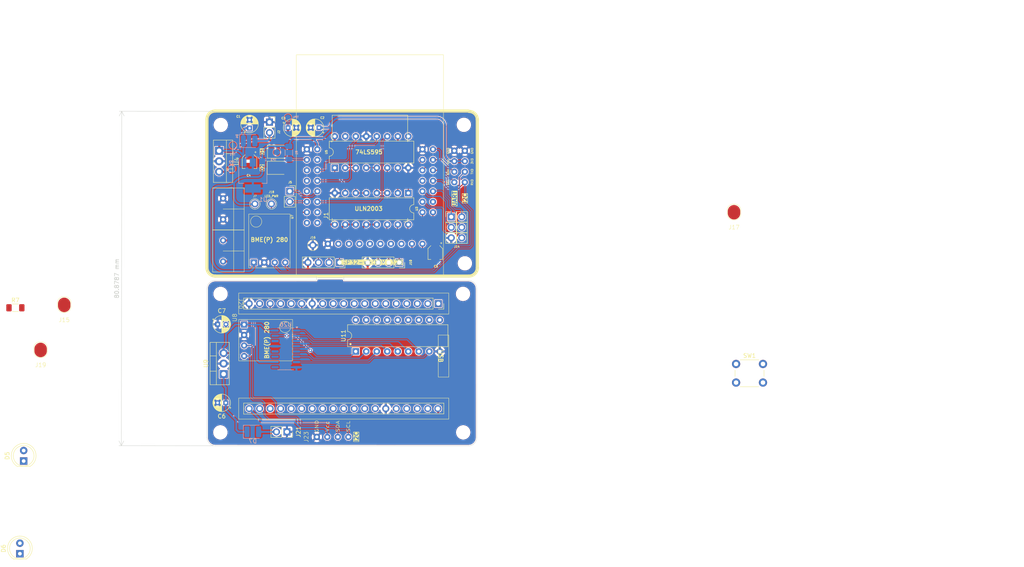
<source format=kicad_pcb>
(kicad_pcb (version 20240108) (generator "pcbnew") (generator_version "8.0")
  (layers (0 "F.Cu" signal) (31 "B.Cu" signal) (34 "B.Paste" user) (35 "F.Paste" user) (36 "B.SilkS" user "B.Silkscreen") (37 "F.SilkS" user "F.Silkscreen") (38 "B.Mask" user) (39 "F.Mask" user) (44 "Edge.Cuts" user))
  (net 0 "")
  (net 1 "GND")
  (net 2 "+3V3")
  (net 3 "+5V")
  (net 4 "/RXD")
  (net 5 "/TXD")
  (net 6 "/SDA")
  (net 7 "/GPIO_33")
  (net 8 "/SCL")
  (net 9 "/OUT3")
  (net 10 "/EN")
  (net 11 "/SOURCE2")
  (net 12 "/SOURCE1")
  (net 13 "/SOURCE3")
  (net 14 "/VDC")
  (net 15 "/DAC1")
  (net 16 "/DAC2")
  (net 17 "/GPIO39")
  (net 18 "/GPIO19")
  (net 19 "/GPIO17")
  (net 20 "/GPIO5")
  (net 21 "/GPIO18")
  (net 22 "/SD_DATA0")
  (net 23 "/ADC2_CH3")
  (net 24 "/SD_DATA3")
  (net 25 "/SD_CMD")
  (net 26 "/SD_CLK")
  (net 27 "/SD_DATA2")
  (net 28 "/SD_DATA1")
  (net 29 "/ADC2_CH0")
  (net 30 "/GPIO23")
  (net 31 "/GPIO36")
  (net 32 "/ADC2_CH2")
  (net 33 "/BOOT")
  (net 34 "/GPIO13")
  (net 35 "/SOURCE4")
  (net 36 "/SOURCE5")
  (net 37 "/SIPO_DATA")
  (net 38 "/SIPO_CLK")
  (net 40 "/SIPO_LATCH")
  (net 41 "/GPIO14")
  (net 43 "/I3")
  (net 44 "/I6")
  (net 45 "/I7")
  (net 46 "/I5")
  (net 47 "/OUT1")
  (net 48 "/VIN")
  (net 49 "/I1")
  (net 52 "Net-(D5-Pad1)")
  (net 53 "Net-(J15-Pin_1)")
  (net 54 "Net-(J19-Pin_1)")
  (net 55 "/OUT2")
  (net 67 "/RX")
  (net 72 "/TX")
  (net 87 "/SCL-2")
  (net 88 "/SDA-2")
  (net 89 "/SIPO_CLK-2")
  (net 91 "/SIPO_DATA-2")
  (net 92 "/SIPO_LATCH-2")
  (net 101 "/QB-2")
  (net 102 "/QC-2")
  (net 103 "/QE-2")
  (net 104 "/QA-2")
  (net 105 "/QD-2")
  (net 106 "/QG-2")
  (net 107 "/QH-2")
  (net 108 "/QF-2")
  (footprint "Capacitor_THT:CP_Radial_D4.0mm_P2.00mm" (layer "F.Cu") (at 107 44.2 180)
    (property "Reference" "C2")
    (property "Value" "1uF")
  )
  (footprint "LED_SMD:LED_1210_3225Metric_Pad1.42x2.65mm_HandSolder" (layer "F.Cu") (at 96.9525 53.9)
    (property "Reference" "D2")
    (property "Value" "STATUS")
  )
  (footprint "Capacitor_SMD:CP_Elec_3x5.3" (layer "F.Cu") (at 90.2 52.3 -90)
    (property "Reference" "C4")
    (property "Value" "0.1uF")
  )
  (footprint "Resistor_SMD:R_1206_3216Metric_Pad1.30x1.75mm_HandSolder" (layer "F.Cu") (at 33.612 87.7585)
    (property "Reference" "R7")
    (property "Value" "4K7")
  )
  (footprint "LED_THT:LED_D5.0mm" (layer "F.Cu") (at 34.7 147.25 90)
    (property "Reference" "D6")
    (property "Value" "LED_STATUS")
  )
  (footprint "Button_Switch_THT:SW_PUSH_6mm" (layer "F.Cu") (at 207.8 101.35)
    (property "Reference" "SW1")
    (property "Value" "SW_Push")
  )
  (footprint "Alexander Footprint Library:Pad_1x01_P2.54_SMD" (layer "F.Cu") (at 39.712 102.098)
    (property "Reference" "J19")
    (property "Value" "LED_PWR")
  )
  (footprint "Alexanddr Footprints Library:ESP32-WROOM-Adapter-Socket-2" (layer "F.Cu") (at 119.3 57.04)
    (property "Reference" "J1")
    (property "Value" "~")
  )
  (footprint "Alexander Footprint Library:Pad_1x01_P2.54_SMD" (layer "F.Cu") (at 45.412 91.198)
    (property "Reference" "J15")
    (property "Value" "LED_PWR")
  )
  (footprint "MountingHole:MountingHole_3mm" (layer "F.Cu") (at 142 43.5)
    (property "Reference" "H1" (hide yes))
    (property "Value" "MountingHole_Pad")
  )
  (footprint "Connector_PinSocket_2.54mm:PinSocket_1x02_P2.54mm_Vertical" (layer "F.Cu") (at 99.25 117.775 -90)
    (property "Reference" "J21")
    (property "Value" "PWR")
  )
  (footprint "MountingHole:MountingHole_3mm" (layer "F.Cu") (at 83.25 43.53)
    (property "Reference" "H2" (hide yes))
    (property "Value" "MountingHole_Pad")
  )
  (footprint "Package_DIP:DIP-16_W7.62mm" (layer "F.Cu") (at 128.58 60 -90)
    (property "Reference" "U3")
    (property "Value" "ULN2003")
  )
  (footprint "Alexander Footprints Library:Conn_Terminal_5mm" (layer "F.Cu") (at 83.82 53.69)
    (property "Reference" "J9" (hide yes))
    (property "Value" "Conn_01x02_Socket")
  )
  (footprint "Alexander Footprint Library:Pad_1x01_P2.54_SMD" (layer "F.Cu") (at 207.3 68.7895)
    (property "Reference" "J17")
    (property "Value" "GND")
  )
  (footprint "MountingHole:MountingHole_3mm" (layer "F.Cu") (at 141.85 117.9)
    (property "Reference" "H4" (hide yes))
    (property "Value" "MountingHole_Pad")
  )
  (footprint "Capacitor_THT:CP_Radial_D4.0mm_P2.00mm" (layer "F.Cu") (at 82.5 91.75)
    (property "Reference" "C7")
    (property "Value" "1uF")
  )
  (footprint "Package_DIP:DIP-16_W7.62mm" (layer "F.Cu") (at 110.8 53.9 90)
    (property "Reference" "U5")
    (property "Value" "74LS595")
  )
  (footprint "Alexander Footprint Library:PinSocket_1x01_P2.54" (layer "F.Cu") (at 91.5 65.19)
    (property "Reference" "J7")
    (property "Value" "LED_PWR")
  )
  (footprint "Connector_PinSocket_2.54mm:PinSocket_1x02_P2.54mm_Vertical" (layer "F.Cu") (at 95.025 42.85)
    (property "Reference" "J2")
    (property "Value" "PWR")
  )
  (footprint "Connector_PinSocket_2.54mm:PinSocket_1x04_P2.54mm_Vertical" (layer "F.Cu") (at 111.94 76.8 -90)
    (property "Reference" "J6")
    (property "Value" "SOURCE")
  )
  (footprint "MountingHole:MountingHole_3mm" (layer "F.Cu") (at 83.15 117.9)
    (property "Reference" "H4" (hide yes))
    (property "Value" "MountingHole_Pad")
  )
  (footprint "Connector_PinSocket_2.54mm:PinSocket_1x04_P2.54mm_Vertical" (layer "F.Cu") (at 126.38 76.8 -90)
    (property "Reference" "J10")
    (property "Value" "ADC")
  )
  (footprint "PCM_Package_DIP_AKL:DIP-18_W7.62mm" (layer "F.Cu") (at 115.87 98.32 90)
    (property "Reference" "U11")
    (property "Value" "ULN2801A" (hide yes))
  )
  (footprint "Capacitor_SMD:CP_Elec_3x5.3" (layer "F.Cu") (at 135.1 74.3 -90)
    (property "Reference" "C5")
    (property "Value" "0.1uF")
  )
  (footprint "MountingHole:MountingHole_3mm" (layer "F.Cu") (at 141.8 84.4)
    (property "Reference" "H4" (hide yes))
    (property "Value" "MountingHole_Pad")
  )
  (footprint "Capacitor_THT:CP_Radial_D4.0mm_P2.00mm" (layer "F.Cu") (at 99.5 44.2)
    (property "Reference" "C3")
    (property "Value" "1uF")
  )
  (footprint "Alexander Footprint Library:LD1117" (layer "F.Cu") (at 83.945 103.79 90)
    (property "Reference" "U9")
    (property "Value" "L7805")
  )
  (footprint "Alexander Footprint Library:PinSocket_1x01_P2.54" (layer "F.Cu") (at 95.5 65.19)
    (property "Reference" "J18")
    (property "Value" "LED_PWR")
  )
  (footprint "Alexander Footprint Library:Conn_I2C" (layer "F.Cu") (at 98.84 119 90)
    (property "Reference" "J23")
    (property "Value" "I2C")
  )
  (footprint "Capacitor_THT:CP_Radial_D4.0mm_P2.00mm" (layer "F.Cu") (at 84.4726 110.75 180)
    (property "Reference" "C6")
    (property "Value" "1uF")
  )
  (footprint "Alexander Footprint Library:Conn_ESP32_WROOM-DevKit-38pins" (layer "F.Cu") (at 87.57 86.75 -90)
    (property "Reference" "J20")
    (property "Value" "~")
  )
  (footprint "MountingHole:MountingHole_3mm" (layer "F.Cu") (at 83.2 84.4)
    (property "Reference" "H4" (hide yes))
    (property "Value" "MountingHole_Pad")
  )
  (footprint "Connector_PinSocket_2.54mm:PinSocket_1x02_P2.54mm_Vertical" (layer "F.Cu") (at 99.925 59.55)
    (property "Reference" "J5")
    (property "Value" "DAC")
  )
  (footprint "Alexander Footprint Library:CONN_2x3" (layer "F.Cu") (at 138.96 60.68)
    (property "Reference" "J14")
    (property "Value" "GPIO")
  )
  (footprint "Alexander Footprints Library:Conn_UART" (layer "F.Cu") (at 139.7 42.15)
    (property "Reference" "J3" (hide yes))
    (property "Value" "UART")
  )
  (footprint "Alexander Footprint Library:PinSocket_1x01_P2.54" (layer "F.Cu") (at 105.5 75.19)
    (property "Reference" "J16")
    (property "Value" "GND")
  )
  (footprint "Capacitor_THT:CP_Radial_D4.0mm_P2.00mm" (layer "F.Cu") (at 90.2 44.3 90)
    (property "Reference" "C1")
    (property "Value" "1uF")
  )
  (footprint "Alexander Footprint Library:BME280_BMP280_I2C" (layer "F.Cu") (at 90 78.1 90)
    (property "Reference" "U7")
    (property "Value" "BME(P)280")
  )
  (footprint "Alexander Footprint Library:LD1117" (layer "F.Cu") (at 82.855 49.77 -90)
    (property "Reference" "U4")
    (property "Value" "L7805")
  )
  (footprint "Alexander Footprints Library:Conn_I2C" (layer "F.Cu") (at 142.24 42.15)
    (property "Reference" "J4" (hide yes))
    (property "Value" "I2C")
  )
  (footprint "LED_THT:LED_D5.0mm" (layer "F.Cu") (at 35.612 124.8335 90)
    (property "Reference" "D5")
    (property "Value" "LED_PWR")
  )
  (footprint "Alexander Footprint Library:BME280_BMP280_I2C" (layer "F.Cu") (at 87.6 90.59)
    (property "Reference" "U8")
    (property "Value" "BME(P)280")
  )
  (footprint "LED_SMD:LED_1210_3225Metric_Pad1.42x2.65mm_HandSolder" (layer "F.Cu") (at 97 50)
    (property "Reference" "D1")
    (property "Value" "PWR")
  )
  (footprint "MountingHole:MountingHole_3mm" (layer "F.Cu") (at 142.25 77)
    (property "Reference" "H4" (hide yes))
    (property "Value" "MountingHole_Pad")
  )
  (footprint "Alexander Footprints Library:Conn_Terminal_5mm" (layer "F.Cu") (at 83.82 63.85)
    (property "Reference" "J8" (hide yes))
    (property "Value" "Conn_01x02_Socket")
  )
  (footprint "TestPoint:TestPoint_Pad_D1.5mm" (layer "B.Cu") (at 99.5 41.75 180)
    (property "Reference" "TP4")
    (property "Value" "5V")
  )
  (footprint "TestPoint:TestPoint_Pad_D1.5mm" (layer "B.Cu") (at 96.8 50.15 180)
    (property "Reference" "TP3")
    (property "Value" "3V3")
  )
  (footprint "Package_SO:SO-16_3.9x9.9mm_P1.27mm" (layer "B.Cu") (at 98.95 97.7 180)
    (property "Reference" "U26")
    (property "Value" "74LS595")
  )
  (footprint "Diode_SMD:D_1210_3225Metric" (layer "B.Cu") (at 91 117.75)
    (property "Reference" "D7")
    (property "Value" "D")
  )
  (footprint "Resistor_SMD:R_1206_3216Metric_Pad1.30x1.75mm_HandSolder" (layer "B.Cu") (at 99.7 50.25 -90)
    (property "Reference" "R1")
    (property "Value" "10K")
  )
  (footprint "Diode_SMD:D_1210_3225Metric" (layer "B.Cu") (at 90.1 47.4)
    (property "Reference" "D4")
    (property "Value" "D")
  )
  (footprint "TestPoint:TestPoint_Pad_D1.5mm" (layer "B.Cu") (at 86.2 48.45 180)
    (property "Reference" "TP1")
    (property "Value" "VIN")
  )
  (footprint "TestPoint:TestPoint_Pad_D1.5mm" (layer "B.Cu") (at 85.9 54.15 180)
    (property "Reference" "TP2")
    (property "Value" "GND")
  )
  (footprint "Package_TO_SOT_SMD:SOT-223-3_TabPin2" (layer "B.Cu") (at 91 55.75 -90)
    (property "Reference" "U1")
    (property "Value" "MAX1726EUK33")
  )
  (gr_line (start 145.25 42.11421) (end 145.25 78.085782) (stroke (width 0.75)) (layer "F.SilkS"))
  (gr_line (start 81.914218 40.164218) (end 143.08579 40.164218) (stroke (width 0.75)) (layer "F.SilkS"))
  (gr_arc (start 145.25 78.085782) (mid 144.66422 79.500007) (end 143.25 80.085782) (stroke (width 0.75)) (layer "F.SilkS"))
  (gr_line (start 79.914218 42.11421) (end 79.914218 78.085782) (stroke (width 0.75)) (layer "F.SilkS"))
  (gr_arc (start 81.914218 80.085782) (mid 80.499999 79.500001) (end 79.914218 78.085782) (stroke (width 0.75)) (layer "F.SilkS"))
  (gr_arc (start 143.25 40.25) (mid 144.664214 40.835786) (end 145.25 42.25) (stroke (width 0.75)) (layer "F.SilkS"))
  (gr_arc (start 79.914218 42.164218) (mid 80.499999 40.749999) (end 81.914218 40.164218) (stroke (width 0.75)) (layer "F.SilkS"))
  (gr_line (start 81.914214 80.085782) (end 143.085786 80.085782) (stroke (width 0.75)) (layer "F.SilkS"))
  (gr_line (start 82.014214 80.235786) (end 106.4 80.25) (stroke (width 0.1)) (layer "Edge.Cuts"))
  (gr_line (start 80 42.25) (end 80.014214 78.235786) (stroke (width 0.1)) (layer "Edge.Cuts"))
  (gr_arc (start 79.921321 83.157107) (mid 80.507106 81.742896) (end 81.921321 81.157107) (stroke (width 0.1)) (layer "Edge.Cuts"))
  (gr_line (start 81.921321 121.128679) (end 143.107107 121.142893) (stroke (width 0.1)) (layer "Edge.Cuts"))
  (gr_arc (start 81.921321 121.128679) (mid 80.507101 120.542899) (end 79.921321 119.128679) (stroke (width 0.1)) (layer "Edge.Cuts"))
  (gr_line (start 143.092893 81.157107) (end 113 81.15) (stroke (width 0.1)) (layer "Edge.Cuts"))
  (gr_arc (start 145.107107 119.142893) (mid 144.521321 120.557107) (end 143.107107 121.142893) (stroke (width 0.1)) (layer "Edge.Cuts"))
  (gr_line (start 106.4 81.15) (end 81.921321 81.157107) (stroke (width 0.1)) (layer "Edge.Cuts"))
  (gr_arc (start 143.185786 40.264214) (mid 144.600004 40.849996) (end 145.185786 42.264214) (stroke (width 0.1)) (layer "Edge.Cuts"))
  (gr_line (start 113 80.25) (end 143.185786 80.235786) (stroke (width 0.1)) (layer "Edge.Cuts"))
  (gr_arc (start 82.014214 80.235786) (mid 80.599996 79.650004) (end 80.014214 78.235786) (stroke (width 0.1)) (layer "Edge.Cuts"))
  (gr_line (start 145.185786 42.264214) (end 145.185786 78.235786) (stroke (width 0.1)) (layer "Edge.Cuts"))
  (gr_arc (start 80 42.25) (mid 80.585786 40.835786) (end 82 40.25) (stroke (width 0.1)) (layer "Edge.Cuts"))
  (gr_line (start 145.107107 119.142893) (end 145.092893 83.157107) (stroke (width 0.1)) (layer "Edge.Cuts"))
  (gr_line (start 79.921321 119.128679) (end 79.921321 83.157107) (stroke (width 0.1)) (layer "Edge.Cuts"))
  (gr_line (start 106.4 81.15) (end 106.4 80.25) (stroke (width 0.1)) (layer "Edge.Cuts"))
  (gr_arc (start 145.185786 78.235786) (mid 144.600004 79.650004) (end 143.185786 80.235786) (stroke (width 0.1)) (layer "Edge.Cuts"))
  (gr_arc (start 143.092893 81.157107) (mid 144.507112 81.742888) (end 145.092893 83.157107) (stroke (width 0.1)) (layer "Edge.Cuts"))
  (gr_line (start 113 81.15) (end 113 80.25) (stroke (width 0.1)) (layer "Edge.Cuts"))
  (gr_line (start 143.185786 40.264214) (end 82 40.25) (stroke (width 0.1)) (layer "Edge.Cuts"))
  (gr_text "74LS595" (at 119.057143 50.1 0) (layer "F.SilkS") (effects (font (size 1 1) (thickness 0.2) (bold yes))))
  (gr_text "ULN2003" (at 115.5 64.374 0) (layer "F.SilkS") (effects (font (size 1 1) (thickness 0.2) (bold yes)) (justify left bottom)))
  (dimension (type aligned) (layer "Edge.Cuts") (pts (xy 81.921321 121.128679) (xy 82 40.25)) (height -22.6907) (gr_text "80.8787 mm" (at 58.119973 80.666146 89.94426182) (layer "Edge.Cuts") (effects (font (size 1 1) (thickness 0.15)))) (format (prefix "") (suffix "") (units 3) (units_format 1) (precision 4)) (style (thickness 0.1) (arrow_length 1.27) (text_position_mode 0) (extension_height 0.58642) (extension_offset 0.5) keep_text_aligned))
  (segment (start 84.21 66) (end 83.82 66.39) (width 0.5) (layer "F.Cu") (net 1))
  (segment (start 101.5 48.103553) (end 101.5 49.573223) (width 0.25) (layer "F.Cu") (net 2))
  (segment (start 105.575735 47.25) (end 102.353553 47.25) (width 0.25) (layer "F.Cu") (net 2))
  (segment (start 106.6 48.274264) (end 106.6 49.42) (width 0.25) (layer "F.Cu") (net 2))
  (segment (start 138.021593 51.871593) (end 137.93 51.78) (width 0.5) (layer "F.Cu") (net 2))
  (segment (start 108.946446 44.2) (end 107 44.2) (width 0.5) (layer "F.Cu") (net 2))
  (segment (start 109.8 43.346446) (end 109.8 43.15) (width 0.5) (layer "F.Cu") (net 2))
  (segment (start 137.4 50.500466) (end 137.4 43.627817) (width 0.5) (layer "F.Cu") (net 2))
  (segment (start 101.073223 50) (end 98.4875 50) (width 0.25) (layer "F.Cu") (net 2))
  (segment (start 139.08 52.31) (end 139.7 52.31) (width 0.5) (layer "F.Cu") (net 2))
  (segment (start 110.188908 42.211091) (end 110.225 42.175) (width 0.5) (layer "F.Cu") (net 2))
  (segment (start 135.522182 41.75) (end 111.25104 41.75) (width 0.5) (layer "F.Cu") (net 2))
  (arc (start 106.3 47.55) (mid 105.967704 47.327967) (end 105.575735 47.25) (width 0.25) (layer "F.Cu") (net 2))
  (arc (start 101.5 49.573223) (mid 101.467513 49.736543) (end 101.375 49.875) (width 0.25) (layer "F.Cu") (net 2))
  (arc (start 111.25104 41.75) (mid 110.695751 41.860453) (end 110.225 42.175) (width 0.5) (layer "F.Cu") (net 2))
  (arc (start 110.188908 42.211091) (mid 109.901073 42.641866) (end 109.8 43.15) (width 0.5) (layer "F.Cu") (net 2))
  (arc (start 138.021593 51.871593) (mid 138.507194 52.196061) (end 139.08 52.31) (width 0.5) (layer "F.Cu") (net 2))
  (arc (start 102.353553 47.25) (mid 102.026912 47.314972) (end 101.75 47.5) (width 0.25) (layer "F.Cu") (net 2))
  (arc (start 109.8 43.346446) (mid 109.735027 43.673087) (end 109.55 43.95) (width 0.5) (layer "F.Cu") (net 2))
  (arc (start 106.3 47.55) (mid 106.522032 47.882295) (end 106.6 48.274264) (width 0.25) (layer "F.Cu") (net 2))
  (arc (start 109.55 43.95) (mid 109.273087 44.135027) (end 108.946446 44.2) (width 0.5) (layer "F.Cu") (net 2))
  (arc (start 136.85 42.3) (mid 137.257059 42.909207) (end 137.4 43.627817) (width 0.5) (layer "F.Cu") (net 2))
  (arc (start 101.75 47.5) (mid 101.564972 47.776912) (end 101.5 48.103553) (width 0.25) (layer "F.Cu") (net 2))
  (arc (start 101.375 49.875) (mid 101.236543 49.967513) (end 101.073223 50) (width 0.25) (layer "F.Cu") (net 2))
  (arc (start 137.4 50.500466) (mid 137.537742 51.192944) (end 137.93 51.78) (width 0.5) (layer "F.Cu") (net 2))
  (arc (start 136.85 42.3) (mid 136.240792 41.89294) (end 135.522182 41.75) (width 0.5) (layer "F.Cu") (net 2))
  (segment (start 96.075 48.7) (end 97.525 48.7) (width 0.5) (layer "B.Cu") (net 2))
  (segment (start 109.408578 44.2) (end 107 44.2) (width 0.5) (layer "B.Cu") (net 2))
  (segment (start 93.21 115.25) (end 101 115.25) (width 0.5) (layer "B.Cu") (net 2))
  (segment (start 81.3 75.997918) (end 81.3 59.75104) (width 0.5) (layer "B.Cu") (net 2))
  (segment (start 93.3 54.905025) (end 93.3 52.6) (width 0.5) (layer "B.Cu") (net 2))
  (segment (start 100 48.7) (end 100 48.03033) (width 0.5) (layer "B.Cu") (net 2))
  (segment (start 139.13 52.31) (end 139.7 52.31) (width 0.5) (layer "B.Cu") (net 2))
  (segment (start 138.156949 51.906949) (end 138.03 51.78) (width 0.5) (layer "B.Cu") (net 2))
  (segment (start 109 117.5) (end 109 119) (width 0.5) (layer "B.Cu") (net 2))
  (segment (start 106.6 48.627817) (end 106.6 49.299791) (width 0.5) (layer "B.Cu") (net 2))
  (segment (start 84.202081 78.9) (end 89.990883 78.9) (width 0.5) (layer "B.Cu") (net 2))
  (segment (start 109.75 45) (end 109.75 44.141421) (width 0.5) (layer "B.Cu") (net 2))
  (segment (start 109.75 43.858578) (end 109.75 44.141421) (width 0.5) (layer "B.Cu") (net 2))
  (segment (start 104.722182 46.75) (end 106.277817 46.75) (width 0.5) (layer "B.Cu") (net 2))
  (segment (start 139.7 52.31) (end 142.24 52.31) (width 0.5) (layer "B.Cu") (net 2))
  (segment (start 137.5 50.500466) (end 137.5 43.883883) (width 0.5) (layer "B.Cu") (net 2))
  (segment (start 88.207106 62.75) (end 91.5 62.75) (width 0.5) (layer "B.Cu") (net 2))
  (segment (start 86.5 61.042893) (end 86.5 57.5) (width 0.5) (layer "B.Cu") (net 2))
  (segment (start 106.277817 46.75) (end 108 46.75) (width 0.5) (layer "B.Cu") (net 2))
  (segment (start 101 115.25) (end 102.5 116.75) (width 0.5) (layer "B.Cu") (net 2))
  (segment (start 91.22 77.670883) (end 91.22 76.8) (width 0.5) (layer "B.Cu") (net 2))
  (segment (start 89.455634 56.1) (end 92.105025 56.1) (width 0.5) (layer "B.Cu") (net 2))
  (segment (start 96.075 48.7) (end 95.177817 48.7) (width 0.5) (layer "B.Cu") (net 2))
  (segment (start 90.11 112.15) (end 93.21 115.25) (width 0.5) (layer "B.Cu") (net 2))
  (segment (start 108.25 116.75) (end 109 117.5) (width 0.5) (layer "B.Cu") (net 2))
  (segment (start 104.722182 46.75) (end 101.28033 46.75) (width 0.5) (layer "B.Cu") (net 2))
  (segment (start 108 46.75) (end 109.75 45) (width 0.5) (layer "B.Cu") (net 2))
  (segment (start 96.8 49.425) (end 96.8 50.15) (width 0.25) (layer "B.Cu") (net 2))
  (segment (start 109.75 43.625) (end 109.75 43.858578) (width 0.5) (layer "B.Cu") (net 2))
  (segment (start 110.015165 42.984834) (end 110.5 42.5) (width 0.5) (layer "B.Cu") (net 2))
  (segment (start 93.3 52.6) (end 93.3 50.577817) (width 0.5) (layer "B.Cu") (net 2))
  (segment (start 82.75104 58.3) (end 84.144365 58.3) (width 0.5) (layer "B.Cu") (net 2))
  (segment (start 106.685 49.335) (end 106.77 49.25) (width 0.5) (layer "B.Cu") (net 2))
  (segment (start 102.5 116.75) (end 108.25 116.75) (width 0.5) (layer "B.Cu") (net 2))
  (segment (start 112.31066 41.75) (end 135.366116 41.75) (width 0.5) (layer "B.Cu") (net 2))
  (segment (start 100 48.7) (end 97.525 48.7) (width 0.5) (layer "B.Cu") (net 2))
  (arc (start 136.875 42.375) (mid 137.337567 43.067281) (end 137.5 43.883883) (width 0.5) (layer "B.Cu") (net 2))
  (arc (start 137.5 50.500466) (mid 137.637742 51.192944) (end 138.03 51.78) (width 0.5) (layer "B.Cu") (net 2))
  (arc (start 93.3 54.905025) (mid 93.209037 55.362322) (end 92.95 55.75) (width 0.5) (layer "B.Cu") (net 2))
  (arc (start 86.8 57.2) (mid 85.581584 58.014119) (end 84.144365 58.3) (width 0.5) (layer "B.Cu") (net 2))
  (arc (start 106.6 49.299791) (mid 106.630737 49.345793) (end 106.685 49.335) (width 0.5) (layer "B.Cu") (net 2))
  (arc (start 89.455634 56.1) (mid 88.018415 56.38588) (end 86.8 57.2) (width 0.5) (layer "B.Cu") (net 2))
  (arc (start 86.5 61.042893) (mid 86.629945 61.696174) (end 87 62.25) (width 0.5) (layer "B.Cu") (net 2))
  (arc (start 82.75104 58.3) (mid 82.195751 58.410453) (end 81.725 58.725) (width 0.5) (layer "B.Cu") (net 2))
  (arc (start 92.95 55.75) (mid 92.562322 56.009037) (end 92.105025 56.1) (width 0.5) (layer "B.Cu") (net 2))
  (arc (start 95.177817 48.7) (mid 94.459207 48.84294) (end 93.85 49.25) (width 0.5) (layer "B.Cu") (net 2))
  (arc (start 96.8 49.425) (mid 96.587652 48.912347) (end 96.075 48.7) (width 0.25) (layer "B.Cu") (net 2))
  (arc (start 82.15 78.05) (mid 83.091502 78.679092) (end 84.202081 78.9) (width 0.5) (layer "B.Cu") (net 2))
  (arc (start 110.015165 42.984834) (mid 109.818914 43.278544) (end 109.75 43.625) (width 0.5) (layer "B.Cu") (net 2))
  (arc (start 109.75 44.141421) (mid 109.713838 44.087301) (end 109.65 44.1) (width 0.5) (layer "B.Cu") (net 2))
  (arc (start 136.875 42.375) (mid 136.182718 41.912432) (end 135.366116 41.75) (width 0.5) (layer "B.Cu") (net 2))
  (arc (start 93.85 49.25) (mid 93.44294 49.859207) (end 93.3 50.577817) (width 0.5) (layer "B.Cu") (net 2))
  (arc (start 90.86 78.54) (mid 90.461245 78.806439) (end 89.990883 78.9) (width 0.5) (layer "B.Cu") (net 2))
  (arc (start 109.65 44.1) (mid 109.539234 44.17401) (end 109.408578 44.2) (width 0.5) (layer "B.Cu") (net 2))
  (arc (start 87 62.25) (mid 87.553825 62.620054) (end 88.207106 62.75) (width 0.5) (layer "B.Cu") (net 2))
  (arc (start 81.725 58.725) (mid 81.410453 59.195751) (end 81.3 59.75104) (width 0.5) (layer "B.Cu") (net 2))
  (arc (start 106.05 47.3) (mid 105.440792 46.89294) (end 104.722182 46.75) (width 0.5) (layer "B.Cu") (net 2))
  (arc (start 138.156949 51.906949) (mid 138.603388 52.20525) (end 139.13 52.31) (width 0.5) (layer "B.Cu") (net 2))
  (arc (start 101.28033 46.75) (mid 100.790368 46.847459) (end 100.375 47.125) (width 0.5) (layer "B.Cu") (net 2))
  (arc (start 106.05 47.3) (mid 106.457059 47.909207) (end 106.6 48.627817) (width 0.5) (layer "B.Cu") (net 2))
  (arc (start 106.277817 46.75) (mid 105.980159 46.948888) (end 106.05 47.3) (width 0.5) (layer "B.Cu") (net 2))
  (arc (start 91.22 77.670883) (mid 91.126439 78.141245) (end 90.86 78.54) (width 0.5) (layer "B.Cu") (net 2))
  (arc (start 109.65 44.1) (mid 109.72401 43.989234) (end 109.75 43.858578) (width 0.5) (layer "B.Cu") (net 2))
  (arc (start 112.31066 41.75) (mid 111.330737 41.944918) (end 110.5 42.5) (width 0.5) (layer "B.Cu") (net 2))
  (arc (start 100.375 47.125) (mid 100.097459 47.540368) (end 100 48.03033) (width 0.5) (layer "B.Cu") (net 2))
  (arc (start 81.3 75.997918) (mid 81.520907 77.108496) (end 82.15 78.05) (width 0.5) (layer "B.Cu") (net 2))
  (segment (start 99.5 45.693413) (end 99.5 44.2) (width 0.5) (layer "F.Cu") (net 3))
  (segment (start 87.75 115.25) (end 135.25 115.25) (width 0.5) (layer "F.Cu") (net 3))
  (segment (start 98.6375 46.9625) (end 99.2125 46.3875) (width 0.5) (layer "F.Cu") (net 3))
  (segment (start 83.945 98.71) (end 86.21 98.71) (width 0.5) (layer "F.Cu") (net 3))
  (segment (start 86.75 99.25) (end 86.75 100) (width 0.5) (layer "F.Cu") (net 3))
  (segment (start 126.04 46.28) (end 126.04 48.251906) (width 0.5) (layer "F.Cu") (net 3))
  (segment (start 108.3 49.803553) (end 108.3 65.537329) (width 0.5) (layer "F.Cu") (net 3))
  (segment (start 84.648959 54.85) (end 82.855 54.85) (width 0.5) (layer "F.Cu") (net 3))
  (segment (start 108.3 49.803553) (end 108.3 49.096446) (width 0.5) (layer "F.Cu") (net 3))
  (segment (start 91.306675 47.25) (end 97.943413 47.25) (width 0.5) (layer "F.Cu") (net 3))
  (segment (start 135.81 114.69) (end 135.81 112.15) (width 0.5) (layer "F.Cu") (net 3))
  (segment (start 110.8 46.28) (end 110.8 48.15) (width 0.5) (layer "F.Cu") (net 3))
  (segment (start 86.1 52.15) (end 86.1 53.398959) (width 0.5) (layer "F.Cu") (net 3))
  (segment (start 86.75 114.25) (end 87.75 115.25) (width 0.5) (layer "F.Cu") (net 3))
  (segment (start 86.75 100) (end 86.75 114.25) (width 0.5) (layer "F.Cu") (net 3))
  (segment (start 110.8 48.15) (end 110 48.95) (width 0.5) (layer "F.Cu") (net 3))
  (segment (start 126.04 48.251906) (end 125.341906 48.95) (width 0.5) (layer "F.Cu") (net 3))
  (segment (start 107.608621 46.675) (end 99.331586 46.675) (width 0.5) (layer "F.Cu") (net 3))
  (segment (start 110 48.95) (end 109.153553 48.95) (width 0.5) (layer "F.Cu") (net 3))
  (segment (start 86.21 98.71) (end 86.75 99.25) (width 0.5) (layer "F.Cu") (net 3))
  (segment (start 108.3 49.096446) (end 108.3 47.366378) (width 0.5) (layer "F.Cu") (net 3))
  (segment (start 109.104574 67.204574) (end 108.91 67.01) (width 0.5) (layer "F.Cu") (net 3))
  (segment (start 110.8 46.355) (end 110.725 46.28) (width 0.5) (layer "F.Cu") (net 3))
  (segment (start 135.25 115.25) (end 135.81 114.69) (width 0.5) (layer "F.Cu") (net 3))
  (segment (start 110.1075 67.62) (end 110.695 67.62) (width 0.5) (layer "F.Cu") (net 3))
  (segment (start 87.408147 48.991852) (end 87.625 48.775) (width 0.5) (layer "F.Cu") (net 3))
  (segment (start 125.341906 48.95) (end 110 48.95) (width 0.5) (layer "F.Cu") (net 3))
  (arc (start 108.0975 46.8775) (mid 108.247371 47.101799) (end 108.3 47.366378) (width 0.5) (layer "F.Cu") (net 3))
  (arc (start 108.3 65.537329) (mid 108.458533 66.334332) (end 108.91 67.01) (width 0.5) (layer "F.Cu") (net 3))
  (arc (start 99.2125 46.3875) (mid 99.175992 46.571035) (end 99.331586 46.675) (width 0.5) (layer "F.Cu") (net 3))
  (arc (start 108.0975 46.8775) (mid 107.8732 46.727628) (end 107.608621 46.675) (width 0.5) (layer "F.Cu") (net 3))
  (arc (start 86.1 53.398959) (mid 85.989546 53.954248) (end 85.675 54.425) (width 0.5) (layer "F.Cu") (net 3))
  (arc (start 109.104574 67.204574) (mid 109.56472 67.512034) (end 110.1075 67.62) (width 0.5) (layer "F.Cu") (net 3))
  (arc (start 108.55 49.2) (mid 108.364972 49.476912) (end 108.3 49.803553) (width 0.5) (layer "F.Cu") (net 3))
  (arc (start 87.408147 48.991852) (mid 86.439976 50.440822) (end 86.1 52.15) (width 0.5) (layer "F.Cu") (net 3))
  (arc (start 85.675 54.425) (mid 85.204248 54.739546) (end 84.648959 54.85) (width 0.5) (layer "F.Cu") (net 3))
  (arc (start 98.6375 46.9625) (mid 98.31905 47.175281) (end 97.943413 47.25) (width 0.5) (layer "F.Cu") (net 3))
  (arc (start 108.3 49.096446) (mid 108.390403 49.231745) (end 108.55 49.2) (width 0.5) (layer "F.Cu") (net 3))
  (arc (start 91.306675 47.25) (mid 89.314166 47.646334) (end 87.625 48.775) (width 0.5) (layer "F.Cu") (net 3))
  (arc (start 99.331586 46.675) (mid 98.955949 46.749718) (end 98.6375 46.9625) (width 0.5) (layer "F.Cu") (net 3))
  (arc (start 109.153553 48.95) (mid 108.826912 49.014972) (end 108.55 49.2) (width 0.5) (layer "F.Cu") (net 3))
  (arc (start 99.5 45.693413) (mid 99.425281 46.06905) (end 99.2125 46.3875) (width 0.5) (layer "F.Cu") (net 3))
  (segment (start 83.945 97.305) (end 84.5 96.75) (width 0.5) (layer "B.Cu") (net 3))
  (segment (start 84.5 94.05) (end 84.5 91.75) (width 0.5) (layer "B.Cu") (net 3))
  (segment (start 88.9 91.81) (end 86.74 91.81) (width 0.5) (layer "B.Cu") (net 3))
  (segment (start 83.945 98.71) (end 83.945 97.305) (width 0.5) (layer "B.Cu") (net 3))
  (segment (start 96.375 100.875) (end 92.575 100.875) (width 0.5) (layer "B.Cu") (net 3))
  (segment (start 92.96 91.81) (end 91.25 91.81) (width 0.5) (layer "B.Cu") (net 3))
  (segment (start 86.74 91.81) (end 84.5 94.05) (width 0.5) (layer "B.Cu") (net 3))
  (segment (start 92 92.56) (end 91.25 91.81) (width 0.5) (layer "B.Cu") (net 3))
  (segment (start 94.405 93.255) (end 92.96 91.81) (width 0.5) (layer "B.Cu") (net 3))
  (segment (start 91.25 91.81) (end 88.9 91.81) (width 0.5) (layer "B.Cu") (net 3))
  (segment (start 92 100.3) (end 92 92.56) (width 0.5) (layer "B.Cu") (net 3))
  (segment (start 84.5 96.75) (end 84.5 94.05) (width 0.5) (layer "B.Cu") (net 3))
  (segment (start 92.575 100.875) (end 92 100.3) (width 0.5) (layer "B.Cu") (net 3))
  (segment (start 99.5 42.25) (end 99.5 44.2) (width 0.25) (layer "B.Cu") (net 3))
  (segment (start 96.375 93.255) (end 94.405 93.255) (width 0.5) (layer "B.Cu") (net 3))
  (segment (start 139.7 57.35) (end 139.7 57.39) (width 0.25) (layer "F.Cu") (net 4))
  (segment (start 133.25 53.25) (end 135.6 53.25) (width 0.25) (layer "F.Cu") (net 4))
  (segment (start 135.6 53.25) (end 139.7 57.35) (width 0.25) (layer "F.Cu") (net 4))
  (segment (start 132 54.5) (end 133.25 53.25) (width 0.25) (layer "F.Cu") (net 4))
  (segment (start 140.3 57.45) (end 139.3 57.45) (width 0.25) (layer "F.Cu") (net 4))
  (segment (start 136.61 51.96) (end 134.54 51.96) (width 0.25) (layer "F.Cu") (net 5))
  (segment (start 134.74 51.79) (end 134.62 51.91) (width 0.25) (layer "F.Cu") (net 5))
  (segment (start 139.5 54.85) (end 136.61 51.96) (width 0.25) (layer "F.Cu") (net 5))
  (segment (start 139.7 54.85) (end 139.5 54.85) (width 0.25) (layer "F.Cu") (net 5))
  (segment (start 138.59 58.55) (end 140.4 58.55) (width 0.25) (layer "F.Cu") (net 6))
  (segment (start 136.213604 54.5) (end 138 56.286396) (width 0.25) (layer "F.Cu") (net 6))
  (segment (start 138 57.96) (end 138.59 58.55) (width 0.25) (layer "F.Cu") (net 6))
  (segment (start 140.9 56.19) (end 142.24 54.85) (width 0.25) (layer "F.Cu") (net 6))
  (segment (start 140.9 58.05) (end 140.9 56.19) (width 0.25) (layer "F.Cu") (net 6))
  (segment (start 134.54 54.5) (end 136.213604 54.5) (width 0.25) (layer "F.Cu") (net 6))
  (segment (start 138 56.286396) (end 138 57.96) (width 0.25) (layer "F.Cu") (net 6))
  (segment (start 142.24 54.85) (end 142.24 55.51) (width 0.25) (layer "F.Cu") (net 6))
  (segment (start 140.4 58.55) (end 140.9 58.05) (width 0.25) (layer "F.Cu") (net 6))
  (segment (start 99.75 78.65) (end 134.55 78.65) (width 0.25) (layer "B.Cu") (net 6))
  (segment (start 141 61.9) (end 141 56.09) (width 0.25) (layer "B.Cu") (net 6))
  (segment (start 134.55 78.65) (end 140.418198 72.781802) (width 0.25) (layer "B.Cu") (net 6))
  (segment (start 143.55 64.45) (end 141 61.9) (width 0.25) (layer "B.Cu") (net 6))
  (segment (start 98.84 76.8) (end 98.84 77.74) (width 0.25) (layer "B.Cu") (net 6))
  (segment (start 143.281802 72.781802) (end 143.55 72.513604) (width 0.25) (layer "B.Cu") (net 6))
  (segment (start 143.55 72.513604) (end 143.55 64.45) (width 0.25) (layer "B.Cu") (net 6))
  (segment (start 140.418198 72.781802) (end 143.281802 72.781802) (width 0.25) (layer "B.Cu") (net 6))
  (segment (start 141 56.09) (end 142.24 54.85) (width 0.25) (layer "B.Cu") (net 6))
  (segment (start 98.84 77.74) (end 99.75 78.65) (width 0.25) (layer "B.Cu") (net 6))
  (segment (start 103.97 59.53) (end 104.14 59.53) (width 0.25) (layer "F.Cu") (net 7))
  (segment (start 137.55 58.146396) (end 138.403604 59) (width 0.25) (layer "F.Cu") (net 8))
  (segment (start 131.5 55.75) (end 136.75 55.75) (width 0.25) (layer "F.Cu") (net 8))
  (segment (start 140.63 59) (end 142.24 57.39) (width 0.25) (layer "F.Cu") (net 8))
  (segment (start 136.75 55.75) (end 137.55 56.55) (width 0.25) (layer "F.Cu") (net 8))
  (segment (start 137.55 56.55) (end 137.55 58.146396) (width 0.25) (layer "F.Cu") (net 8))
  (segment (start 130.745 54.995) (end 131.5 55.75) (width 0.25) (layer "F.Cu") (net 8))
  (segment (start 130.745 53.245) (end 130.745 54.995) (width 0.25) (layer "F.Cu") (net 8))
  (segment (start 132.08 51.91) (end 130.745 53.245) (width 0.25) (layer "F.Cu") (net 8))
  (segment (start 138.403604 59) (end 140.63 59) (width 0.25) (layer "F.Cu") (net 8))
  (segment (start 134.8 79.1) (end 140.6 73.3) (width 0.25) (layer "B.Cu") (net 8))
  (segment (start 96.3 76.8) (end 96.3 77.7) (width 0.25) (layer "B.Cu") (net 8))
  (segment (start 144 72.7) (end 144 64.263604) (width 0.25) (layer "B.Cu") (net 8))
  (segment (start 96.3 77.7) (end 97.7 79.1) (width 0.25) (layer "B.Cu") (net 8))
  (segment (start 142.24 62.503604) (end 142.24 57.39) (width 0.25) (layer "B.Cu") (net 8))
  (segment (start 144 64.263604) (end 142.24 62.503604) (width 0.25) (layer "B.Cu") (net 8))
  (segment (start 143.4 73.3) (end 144 72.7) (width 0.25) (layer "B.Cu") (net 8))
  (segment (start 140.6 73.3) (end 143.4 73.3) (width 0.25) (layer "B.Cu") (net 8))
  (segment (start 97.7 79.1) (end 134.8 79.1) (width 0.25) (layer "B.Cu") (net 8))
  (segment (start 93.21 51.96) (end 92.05 50.8) (width 0.25) (layer "F.Cu") (net 10))
  (segment (start 104.06 51.96) (end 93.21 51.96) (width 0.25) (layer "F.Cu") (net 10))
  (segment (start 92.05 50.8) (end 90.2 50.8) (width 0.25) (layer "F.Cu") (net 10))
  (segment (start 103.72 52.3) (end 104.06 51.96) (width 0.25) (layer "F.Cu") (net 10))
  (segment (start 100 51.8) (end 103.9 51.8) (width 0.25) (layer "B.Cu") (net 10))
  (segment (start 103.9 51.8) (end 104.06 51.96) (width 0.25) (layer "B.Cu") (net 10))
  (segment (start 113.235 67.62) (end 115.775 67.62) (width 0.5) (layer "F.Cu") (net 11))
  (segment (start 99 73.1) (end 102.7 69.4) (width 0.5) (layer "F.Cu") (net 11))
  (segment (start 86.37 71.47) (end 88 73.1) (width 0.5) (layer "F.Cu") (net 11))
  (segment (start 102.7 69.4) (end 111.455 69.4) (width 0.5) (layer "F.Cu") (net 11))
  (segment (start 88 73.1) (end 99 73.1) (width 0.5) (layer "F.Cu") (net 11))
  (segment (start 83.82 71.47) (end 86.37 71.47) (width 0.5) (layer "F.Cu") (net 11))
  (segment (start 111.455 69.4) (end 113.235 67.62) (width 0.5) (layer "F.Cu") (net 11))
  (segment (start 86.275 76.55) (end 88.075 74.75) (width 0.5) (layer "F.Cu") (net 12))
  (segment (start 104.4 70.1) (end 115.835 70.1) (width 0.5) (layer "F.Cu") (net 12))
  (segment (start 99.75 74.75) (end 104.4 70.1) (width 0.5) (layer "F.Cu") (net 12))
  (segment (start 118.315 67.62) (end 120.855 67.62) (width 0.5) (layer "F.Cu") (net 12))
  (segment (start 83.82 76.55) (end 86.275 76.55) (width 0.5) (layer "F.Cu") (net 12))
  (segment (start 115.835 70.1) (end 118.315 67.62) (width 0.5) (layer "F.Cu") (net 12))
  (segment (start 88.075 74.75) (end 99.75 74.75) (width 0.5) (layer "F.Cu") (net 12))
  (segment (start 128.475 67.62) (end 128.475 68.825) (width 0.25) (layer "F.Cu") (net 13))
  (segment (start 125.7 72.8) (end 124.55 73.95) (width 0.25) (layer "F.Cu") (net 13))
  (segment (start 111.94 75.26) (end 111.94 76.8) (width 0.25) (layer "F.Cu") (net 13))
  (segment (start 124.55 73.95) (end 118.622792 73.95) (width 0.25) (layer "F.Cu") (net 13))
  (segment (start 128.475 68.825) (end 125.7 71.6) (width 0.25) (layer "F.Cu") (net 13))
  (segment (start 125.7 71.6) (end 125.7 72.8) (width 0.25) (layer "F.Cu") (net 13))
  (segment (start 117.872792 74.7) (end 112.5 74.7) (width 0.25) (layer "F.Cu") (net 13))
  (segment (start 112.5 74.7) (end 111.94 75.26) (width 0.25) (layer "F.Cu") (net 13))
  (segment (start 118.622792 73.95) (end 117.872792 74.7) (width 0.25) (layer "F.Cu") (net 13))
  (segment (start 96.71 117.775) (end 92.425 117.775) (width 0.5) (layer "B.Cu") (net 14))
  (segment (start 92.425 117.775) (end 92.4 117.75) (width 0.5) (layer "B.Cu") (net 14))
  (segment (start 95.025 46.674479) (end 95.025 45.39) (width 0.5) (layer "B.Cu") (net 14))
  (segment (start 94.299479 47.4) (end 91.5 47.4) (width 0.5) (layer "B.Cu") (net 14))
  (arc (start 95.025 46.674479) (mid 94.969773 46.952124) (end 94.8125 47.1875) (width 0.5) (layer "B.Cu") (net 14))
  (arc (start 94.8125 47.1875) (mid 94.577124 47.344773) (end 94.299479 47.4) (width 0.5) (layer "B.Cu") (net 14))
  (segment (start 105.38 60.8) (end 103.1 60.8) (width 0.25) (layer "B.Cu") (net 15))
  (segment (start 106.6 59.58) (end 105.38 60.8) (width 0.25) (layer "B.Cu") (net 15))
  (segment (start 103.1 60.8) (end 101.85 59.55) (width 0.25) (layer "B.Cu") (net 15))
  (segment (start 101.85 59.55) (end 99.925 59.55) (width 0.25) (layer "B.Cu") (net 15))
  (segment (start 104.06 62.12) (end 99.955 62.12) (width 0.25) (layer "B.Cu") (net 16))
  (segment (start 104.03 62.09) (end 104.06 62.12) (width 0.25) (layer "B.Cu") (net 16))
  (segment (start 99.955 62.12) (end 99.925 62.09) (width 0.25) (layer "B.Cu") (net 16))
  (segment (start 138.5 63.1) (end 138.5 61.727208) (width 0.25) (layer "B.Cu") (net 18))
  (segment (start 137.5 60.727208) (end 137.5 57.8) (width 0.25) (layer "B.Cu") (net 18))
  (segment (start 138.5 61.727208) (end 137.5 60.727208) (width 0.25) (layer "B.Cu") (net 18))
  (segment (start 140.2 67) (end 140.2 64.8) (width 0.25) (layer "B.Cu") (net 18))
  (segment (start 141.5 68.3) (end 140.2 67) (width 0.25) (layer "B.Cu") (net 18))
  (segment (start 136.69 56.99) (end 134.62 56.99) (width 0.25) (layer "B.Cu") (net 18))
  (segment (start 140.2 64.8) (end 138.5 63.1) (width 0.25) (layer "B.Cu") (net 18))
  (segment (start 137.5 57.8) (end 136.69 56.99) (width 0.25) (layer "B.Cu") (net 18))
  (segment (start 141.5 70.84) (end 140.16 69.5) (width 0.25) (layer "B.Cu") (net 19))
  (segment (start 137.7 69.5) (end 137.1 68.9) (width 0.25) (layer "B.Cu") (net 19))
  (segment (start 140.16 69.5) (end 137.7 69.5) (width 0.25) (layer "B.Cu") (net 19))
  (segment (start 137.1 68.9) (end 137.1 63.84) (width 0.25) (layer "B.Cu") (net 19))
  (segment (start 133.41 63.4) (end 132.08 62.07) (width 0.25) (layer "B.Cu") (net 19))
  (segment (start 137.1 63.84) (end 136.66 63.4) (width 0.25) (layer "B.Cu") (net 19))
  (segment (start 136.66 63.4) (end 133.41 63.4) (width 0.25) (layer "B.Cu") (net 19))
  (segment (start 138.05 61.913604) (end 137.05 60.913604) (width 0.25) (layer "B.Cu") (net 20))
  (segment (start 137.05 60.913604) (end 137.05 59.95) (width 0.25) (layer "B.Cu") (net 20))
  (segment (start 136.63 59.53) (end 134.62 59.53) (width 0.25) (layer "B.Cu") (net 20))
  (segment (start 138.96 65.76) (end 138.96 64.196396) (width 0.25) (layer "B.Cu") (net 20))
  (segment (start 138.96 64.196396) (end 138.05 63.286396) (width 0.25) (layer "B.Cu") (net 20))
  (segment (start 138.05 63.286396) (end 138.05 61.913604) (width 0.25) (layer "B.Cu") (net 20))
  (segment (start 137.05 59.95) (end 136.63 59.53) (width 0.25) (layer "B.Cu") (net 20))
  (segment (start 138.96 68.3) (end 137.6 66.94) (width 0.25) (layer "B.Cu") (net 21))
  (segment (start 136.3 60.8) (end 133.35 60.8) (width 0.25) (layer "B.Cu") (net 21))
  (segment (start 137.6 66.94) (end 137.6 62.1) (width 0.25) (layer "B.Cu") (net 21))
  (segment (start 137.6 62.1) (end 136.3 60.8) (width 0.25) (layer "B.Cu") (net 21))
  (segment (start 133.35 60.8) (end 132.08 59.53) (width 0.25) (layer "B.Cu") (net 21))
  (segment (start 128.85 74.05) (end 129.46 73.44) (width 0.25) (layer "F.Cu") (net 23))
  (segment (start 125.722792 74.05) (end 128.85 74.05) (width 0.25) (layer "F.Cu") (net 23))
  (segment (start 129.46 73.44) (end 129.46 72.28) (width 0.25) (layer "F.Cu") (net 23))
  (segment (start 123.84 76.8) (end 123.84 75.56) (width 0.25) (layer "F.Cu") (net 23))
  (segment (start 123.84 75.56) (end 124.55 74.85) (width 0.25) (layer "F.Cu") (net 23))
  (segment (start 124.922792 74.85) (end 125.722792 74.05) (width 0.25) (layer "F.Cu") (net 23))
  (segment (start 124.55 74.85) (end 124.922792 74.85) (width 0.25) (layer "F.Cu") (net 23))
  (segment (start 121.3 75.2) (end 122.1 74.4) (width 0.25) (layer "F.Cu") (net 29))
  (segment (start 124.736396 74.4) (end 125.536396 73.6) (width 0.25) (layer "F.Cu") (net 29))
  (segment (start 125.536396 73.6) (end 127.5 73.6) (width 0.25) (layer "F.Cu") (net 29))
  (segment (start 132 67.2) (end 132 64.66) (width 0.25) (layer "F.Cu") (net 29))
  (segment (start 127.5 73.6) (end 128.2 72.9) (width 0.25) (layer "F.Cu") (net 29))
  (segment (start 128.2 71) (end 132 67.2) (width 0.25) (layer "F.Cu") (net 29))
  (segment (start 122.1 74.4) (end 124.736396 74.4) (width 0.25) (layer "F.Cu") (net 29))
  (segment (start 128.2 72.9) (end 128.2 71) (width 0.25) (layer "F.Cu") (net 29))
  (segment (start 121.3 76.8) (end 121.3 75.2) (width 0.25) (layer "F.Cu") (net 29))
  (segment (start 138.95 61.540812) (end 137.95 60.540812) (width 0.25) (layer "B.Cu") (net 30))
  (segment (start 136.4 51.7) (end 136.4 49.9) (width 0.25) (layer "B.Cu") (net 30))
  (segment (start 135.92 49.42) (end 134.54 49.42) (width 0.25) (layer "B.Cu") (net 30))
  (segment (start 138.95 62.913604) (end 138.95 61.540812) (width 0.25) (layer "B.Cu") (net 30))
  (segment (start 135.1 49.85) (end 134.62 49.37) (width 0.25) (layer "B.Cu") (net 30))
  (segment (start 137.95 60.540812) (end 137.95 53.25) (width 0.25) (layer "B.Cu") (net 30))
  (segment (start 141.1 63.9) (end 139.936396 63.9) (width 0.25) (layer "B.Cu") (net 30))
  (segment (start 141.5 64.3) (end 141.1 63.9) (width 0.25) (layer "B.Cu") (net 30))
  (segment (start 141.5 65.76) (end 141.5 64.3) (width 0.25) (layer "B.Cu") (net 30))
  (segment (start 137.95 53.25) (end 136.4 51.7) (width 0.25) (layer "B.Cu") (net 30))
  (segment (start 139.936396 63.9) (end 138.95 62.913604) (width 0.25) (layer "B.Cu") (net 30))
  (segment (start 136.4 49.9) (end 135.92 49.42) (width 0.25) (layer "B.Cu") (net 30))
  (segment (start 126.38 75.12) (end 127 74.5) (width 0.25) (layer "F.Cu") (net 32))
  (segment (start 132 73.9) (end 132 72.28) (width 0.25) (layer "F.Cu") (net 32))
  (segment (start 127 74.5) (end 131.4 74.5) (width 0.25) (layer "F.Cu") (net 32))
  (segment (start 131.4 74.5) (end 132 73.9) (width 0.25) (layer "F.Cu") (net 32))
  (segment (start 126.38 76.8) (end 126.38 75.12) (width 0.25) (layer "F.Cu") (net 32))
  (segment (start 134.77 64.89) (end 134.54 64.66) (width 0.25) (layer "F.Cu") (net 33))
  (segment (start 134.54 65.84) (end 135.1 66.4) (width 0.25) (layer "F.Cu") (net 33))
  (segment (start 135.1 66.4) (end 135.1 72.8) (width 0.25) (layer "F.Cu") (net 33))
  (segment (start 134.5 64.7) (end 134.54 64.66) (width 0.25) (layer "F.Cu") (net 33))
  (segment (start 134.54 64.66) (end 134.54 65.84) (width 0.25) (layer "F.Cu") (net 33))
  (segment (start 125.935 67.62) (end 125.935 68.865) (width 0.25) (layer "F.Cu") (net 35))
  (segment (start 117.686396 74.25) (end 110.25 74.25) (width 0.25) (layer "F.Cu") (net 35))
  (segment (start 118.436396 73.5) (end 117.686396 74.25) (width 0.25) (layer "F.Cu") (net 35))
  (segment (start 109.4 75.1) (end 109.4 76.8) (width 0.25) (layer "F.Cu") (net 35))
  (segment (start 125.935 68.865) (end 123.2 71.6) (width 0.25) (layer "F.Cu") (net 35))
  (segment (start 123.2 72.7) (end 122.4 73.5) (width 0.25) (layer "F.Cu") (net 35))
  (segment (start 123.2 71.6) (end 123.2 72.7) (width 0.25) (layer "F.Cu") (net 35))
  (segment (start 122.4 73.5) (end 118.436396 73.5) (width 0.25) (layer "F.Cu") (net 35))
  (segment (start 110.25 74.25) (end 109.4 75.1) (width 0.25) (layer "F.Cu") (net 35))
  (segment (start 123.395 69.405) (end 121.9 70.9) (width 0.25) (layer "F.Cu") (net 36))
  (segment (start 118.1 73.2) (end 117.5 73.8) (width 0.25) (layer "F.Cu") (net 36))
  (segment (start 106.86 74.84) (end 106.86 76.8) (width 0.25) (layer "F.Cu") (net 36))
  (segment (start 121.9 70.9) (end 118.7 70.9) (width 0.25) (layer "F.Cu") (net 36))
  (segment (start 118.1 71.5) (end 118.1 73.2) (width 0.25) (layer "F.Cu") (net 36))
  (segment (start 123.395 67.62) (end 123.395 69.405) (width 0.25) (layer "F.Cu") (net 36))
  (segment (start 107.9 73.8) (end 106.86 74.84) (width 0.25) (layer "F.Cu") (net 36))
  (segment (start 118.7 70.9) (end 118.1 71.5) (width 0.25) (layer "F.Cu") (net 36))
  (segment (start 117.5 73.8) (end 107.9 73.8) (width 0.25) (layer "F.Cu") (net 36))
  (segment (start 114.1 49.2) (end 114.1 51.65) (width 0.25) (layer "B.Cu") (net 37))
  (segment (start 108.5 53.9925) (end 107.9925 54.5) (width 0.25) (layer "B.Cu") (net 37))
  (segment (start 108.5 52.85) (end 108.5 53.9925) (width 0.25) (layer "B.Cu") (net 37))
  (segment (start 109.1 52.25) (end 108.5 52.85) (width 0.25) (layer "B.Cu") (net 37))
  (segment (start 107.9925 54.5) (end 106.6 54.5) (width 0.25) (layer "B.Cu") (net 37))
  (segment (start 113.5 52.25) (end 109.1 52.25) (width 0.25) (layer "B.Cu") (net 37))
  (segment (start 115.88 47.42) (end 114.1 49.2) (width 0.25) (layer "B.Cu") (net 37))
  (segment (start 115.88 46.28) (end 115.88 47.42) (width 0.25) (layer "B.Cu") (net 37))
  (segment (start 114.1 51.65) (end 113.5 52.25) (width 0.25) (layer "B.Cu") (net 37))
  (segment (start 123.425 46.28) (end 122.25 47.455) (width 0.25) (layer "B.Cu") (net 38))
  (segment (start 121.38 62.12) (end 106.6 62.12) (width 0.25) (layer "B.Cu") (net 38))
  (segment (start 122.25 61.25) (end 121.38 62.12) (width 0.25) (layer "B.Cu") (net 38))
  (segment (start 122.25 47.455) (end 122.25 61.25) (width 0.25) (layer "B.Cu") (net 38))
  (segment (start 114.6 49.336396) (end 115.686396 48.25) (width 0.25) (layer "B.Cu") (net 40))
  (segment (start 120.4 48.25) (end 120.885 47.765) (width 0.25) (layer "B.Cu") (net 40))
  (segment (start 113.96 57.04) (end 114.6 56.4) (width 0.25) (layer "B.Cu") (net 40))
  (segment (start 106.6 57.04) (end 113.96 57.04) (width 0.25) (layer "B.Cu") (net 40))
  (segment (start 120.885 47.765) (end 120.885 46.28) (width 0.25) (layer "B.Cu") (net 40))
  (segment (start 115.686396 48.25) (end 120.4 48.25) (width 0.25) (layer "B.Cu") (net 40))
  (segment (start 114.6 56.4) (end 114.6 49.336396) (width 0.25) (layer "B.Cu") (net 40))
  (segment (start 104.06 64.66) (end 103.2 64.66) (width 0.25) (layer "F.Cu") (net 41))
  (segment (start 102.4 54.35) (end 102.4 63.95) (width 0.25) (layer "F.Cu") (net 41))
  (segment (start 103.11 64.66) (end 102.4 63.95) (width 0.25) (layer "F.Cu") (net 41))
  (segment (start 98.44 53.9) (end 101.95 53.9) (width 0.25) (layer "F.Cu") (net 41))
  (segment (start 95.5 62.75) (end 95.5 64.15) (width 0.25) (layer "F.Cu") (net 41))
  (segment (start 101.95 53.9) (end 102.4 54.35) (width 0.25) (layer "F.Cu") (net 41))
  (segment (start 103.2 64.66) (end 103.11 64.66) (width 0.25) (layer "F.Cu") (net 41))
  (segment (start 96.01 64.66) (end 103.2 64.66) (width 0.25) (layer "F.Cu") (net 41))
  (segment (start 95.5 64.15) (end 96.01 64.66) (width 0.25) (layer "F.Cu") (net 41))
  (segment (start 126.04 58.29) (end 126.04 60) (width 0.25) (layer "F.Cu") (net 43))
  (segment (start 123.5 53.9) (end 123.5 55.75) (width 0.25) (layer "F.Cu") (net 43))
  (segment (start 123.5 55.75) (end 126.04 58.29) (width 0.25) (layer "F.Cu") (net 43))
  (segment (start 126.04 55.79) (end 128.58 58.33) (width 0.25) (layer "F.Cu") (net 44))
  (segment (start 128.58 58.33) (end 128.58 60) (width 0.25) (layer "F.Cu") (net 44))
  (segment (start 126.04 53.9) (end 126.04 55.79) (width 0.25) (layer "F.Cu") (net 44))
  (segment (start 115.88 60) (end 118.42 60) (width 0.25) (layer "F.Cu") (net 45))
  (segment (start 113.34 53.9) (end 115.88 53.9) (width 0.25) (layer "F.Cu") (net 45))
  (segment (start 115.88 53.9) (end 115.88 60) (width 0.25) (layer "F.Cu") (net 45))
  (segment (start 120.96 53.9) (end 120.96 60) (width 0.25) (layer "F.Cu") (net 46))
  (segment (start 118.42 53.9) (end 120.96 53.9) (width 0.25) (layer "F.Cu") (net 46))
  (segment (start 120.96 60) (end 123.5 60) (width 0.25) (layer "F.Cu") (net 46))
  (segment (start 84.809637 47.25) (end 85 47.25) (width 0.5) (layer "F.Cu") (net 48))
  (segment (start 89.575 44.3) (end 90.2 44.3) (width 0.5) (layer "F.Cu") (net 48))
  (segment (start 82.855 49.0825) (end 82.855 49.77) (width 0.5) (layer "F.Cu") (net 48))
  (segment (start 88.508058 44.741941) (end 86.707106 46.542893) (width 0.5) (layer "F.Cu") (net 48))
  (segment (start 83.341135 47.908864) (end 83.4275 47.8225) (width 0.5) (layer "F.Cu") (net 48))
  (arc (start 84.809637 47.25) (mid 84.061629 47.398787) (end 83.4275 47.8225) (width 0.5) (layer "F.Cu") (net 48))
  (arc (start 86.707106 46.542893) (mid 85.923879 47.066228) (end 85 47.25) (width 0.5) (layer "F.Cu") (net 48))
  (arc (start 89.575 44.3) (mid 88.997575 44.414856) (end 88.508058 44.741941) (width 0.5) (layer "F.Cu") (net 48))
  (arc (start 83.341135 47.908864) (mid 82.981342 48.447332) (end 82.855 49.0825) (width 0.5) (layer "F.Cu") (net 48))
  (segment (start 88.7 50.546446) (end 88.7 51.253553) (width 0.5) (layer "B.Cu") (net 48))
  (segment (start 84.4726 112.4726) (end 84.4726 109.5) (width 0.5) (layer "B.Cu") (net 48))
  (segment (start 88.7 45.153553) (end 88.7 47.4) (width 0.5) (layer "B.Cu") (net 48))
  (segment (start 86.2 49.11) (end 86.2 48.45) (width 0.25) (layer "B.Cu") (net 48))
  (segment (start 88.45 50.65) (end 88.2 50.4) (width 0.5) (layer "B.Cu") (net 48))
  (segment (start 88.7 50.546446) (end 88.7 47.4) (width 0.5) (layer "B.Cu") (net 48))
  (segment (start 84.4726 107.0826) (end 83.945 106.555) (width 0.5) (layer "B.Cu") (net 48))
  (segment (start 83.945 106.555) (end 83.945 103.79) (width 0.5) (layer "B.Cu") (net 48))
  (segment (start 88.45 50.65) (end 88.054368 50.254368) (width 0.5) (layer "B.Cu") (net 48))
  (segment (start 87.5 117.75) (end 87 117.25) (width 0.5) (layer "B.Cu") (net 48))
  (segment (start 89.553553 44.3) (end 90.2 44.3) (width 0.5) (layer "B.Cu") (net 48))
  (segment (start 84.4726 109.5) (end 84.4726 107.0826) (width 0.5) (layer "B.Cu") (net 48))
  (segment (start 88.7 51.253553) (end 88.7 52.6) (width 0.5) (layer "B.Cu") (net 48))
  (segment (start 89.6 117.75) (end 87.5 117.75) (width 0.5) (layer "B.Cu") (net 48))
  (segment (start 87 117.25) (end 87 115) (width 0.5) (layer "B.Cu") (net 48))
  (segment (start 87 115) (end 84.4726 112.4726) (width 0.5) (layer "B.Cu") (net 48))
  (segment (start 86.86 49.77) (end 85.54 49.77) (width 0.5) (layer "B.Cu") (net 48))
  (segment (start 86.885 49.77) (end 86.86 49.77) (width 0.5) (layer "B.Cu") (net 48))
  (segment (start 85.54 49.77) (end 82.855 49.77) (width 0.5) (layer "B.Cu") (net 48))
  (arc (start 89.553553 44.3) (mid 89.226912 44.364972) (end 88.95 44.55) (width 0.5) (layer "B.Cu") (net 48))
  (arc (start 86.2 49.11) (mid 86.393309 49.57669) (end 86.86 49.77) (width 0.25) (layer "B.Cu") (net 48))
  (arc (start 88.7 51.253553) (mid 88.635027 50.926912) (end 88.45 50.65) (width 0.5) (layer "B.Cu") (net 48))
  (arc (start 88.45 50.65) (mid 88.45 50.65) (end 88.45 50.65) (width 0.5) (layer "B.Cu") (net 48))
  (arc (start 88.45 50.65) (mid 88.609596 50.681745) (end 88.7 50.546446) (width 0.5) (layer "B.Cu") (net 48))
  (arc (start 88.054368 50.254368) (mid 87.517857 49.895883) (end 86.885 49.77) (width 0.5) (layer "B.Cu") (net 48))
  (arc (start 88.95 44.55) (mid 88.764972 44.826912) (end 88.7 45.153553) (width 0.5) (layer "B.Cu") (net 48))
  (segment (start 113.34 57.84) (end 113.34 60) (width 0.25) (layer "F.Cu") (net 49))
  (segment (start 110.8 53.9) (end 110.8 55.3) (width 0.25) (layer "F.Cu") (net 49))
  (segment (start 110.8 55.3) (end 113.34 57.84) (width 0.25) (layer "F.Cu") (net 49))
  (segment (start 90.9 89.05) (end 90.9 96.55) (width 0.25) (layer "F.Cu") (net 87))
  (segment (start 95.19 87.96) (end 94.6 88.55) (width 0.25) (layer "F.Cu") (net 87))
  (segment (start 91.4 88.55) (end 90.9 89.05) (width 0.25) (layer "F.Cu") (net 87))
  (segment (start 95.19 86.75) (end 95.19 87.96) (width 0.25) (layer "F.Cu") (net 87))
  (segment (start 94.6 88.55) (end 91.4 88.55) (width 0.25) (layer "F.Cu") (net 87))
  (segment (start 90.9 96.55) (end 90.56 96.89) (width 0.25) (layer "F.Cu") (net 87))
  (segment (start 90.56 96.89) (end 88.9 96.89) (width 0.25) (layer "F.Cu") (net 87))
  (segment (start 90.9 97.25) (end 90.9 109.15) (width 0.25) (layer "B.Cu") (net 87))
  (segment (start 95.4 109.55) (end 96.5 110.65) (width 0.25) (layer "B.Cu") (net 87))
  (segment (start 113.75 117.25) (end 114.08 117.58) (width 0.25) (layer "B.Cu") (net 87))
  (segment (start 88.9 96.89) (end 90.54 96.89) (width 0.25) (layer "B.Cu") (net 87))
  (segment (start 96.5 113.425) (end 97.3 114.225) (width 0.25) (layer "B.Cu") (net 87))
  (segment (start 97.3 114.225) (end 101.475 114.225) (width 0.25) (layer "B.Cu") (net 87))
  (segment (start 109.225 115.725) (end 109.75 116.25) (width 0.25) (layer "B.Cu") (net 87))
  (segment (start 101.475 114.225) (end 102.975 115.725) (width 0.25) (layer "B.Cu") (net 87))
  (segment (start 109.75 116.25) (end 110.886396 116.25) (width 0.25) (layer "B.Cu") (net 87))
  (segment (start 102.975 115.725) (end 109.225 115.725) (width 0.25) (layer "B.Cu") (net 87))
  (segment (start 96.5 110.65) (end 96.5 113.425) (width 0.25) (layer "B.Cu") (net 87))
  (segment (start 111.886396 117.25) (end 113.75 117.25) (width 0.25) (layer "B.Cu") (net 87))
  (segment (start 90.9 109.15) (end 91.3 109.55) (width 0.25) (layer "B.Cu") (net 87))
  (segment (start 90.54 96.89) (end 90.9 97.25) (width 0.25) (layer "B.Cu") (net 87))
  (segment (start 110.886396 116.25) (end 111.886396 117.25) (width 0.25) (layer "B.Cu") (net 87))
  (segment (start 91.3 109.55) (end 95.4 109.55) (width 0.25) (layer "B.Cu") (net 87))
  (segment (start 114.08 117.58) (end 114.08 119) (width 0.25) (layer "B.Cu") (net 87))
  (segment (start 102.35 89) (end 91.586396 89) (width 0.25) (layer "F.Cu") (net 88))
  (segment (start 90.6 98.85) (end 90.02 99.43) (width 0.25) (layer "F.Cu") (net 88))
  (segment (start 91.35 89.236396) (end 91.35 96.736396) (width 0.25) (layer "F.Cu") (net 88))
  (segment (start 102.81 86.75) (end 102.81 88.54) (width 0.25) (layer "F.Cu") (net 88))
  (segment (start 102.81 88.54) (end 102.35 89) (width 0.25) (layer "F.Cu") (net 88))
  (segment (start 90.6 97.486396) (end 90.6 98.85) (width 0.25) (layer "F.Cu") (net 88))
  (segment (start 91.35 96.736396) (end 90.6 97.486396) (width 0.25) (layer "F.Cu") (net 88))
  (segment (start 90.02 99.43) (end 88.9 99.43) (width 0.25) (layer "F.Cu") (net 88))
  (segment (start 91.586396 89) (end 91.35 89.236396) (width 0.25) (layer "F.Cu") (net 88))
  (segment (start 109.25 116.75) (end 110.75 116.75) (width 0.25) (layer "B.Cu") (net 88))
  (segment (start 90.42 99.87) (end 90.42 109.37) (width 0.25) (layer "B.Cu") (net 88))
  (segment (start 90.42 109.37) (end 91.1 110.05) (width 0.25) (layer "B.Cu") (net 88))
  (segment (start 110.75 116.75) (end 111.54 117.54) (width 0.25) (layer "B.Cu") (net 88))
  (segment (start 93.2 110.05) (end 93.9 110.75) (width 0.25) (layer "B.Cu") (net 88))
  (segment (start 108.675 116.175) (end 109.25 116.75) (width 0.25) (layer "B.Cu") (net 88))
  (segment (start 91.1 110.05) (end 93.2 110.05) (width 0.25) (layer "B.Cu") (net 88))
  (segment (start 102.75 116.175) (end 108.675 116.175) (width 0.25) (layer "B.Cu") (net 88))
  (segment (start 111.54 117.54) (end 111.54 119) (width 0.25) (layer "B.Cu") (net 88))
  (segment (start 94.925 114.675) (end 101.25 114.675) (width 0.25) (layer "B.Cu") (net 88))
  (segment (start 101.25 114.675) (end 102.75 116.175) (width 0.25) (layer "B.Cu") (net 88))
  (segment (start 89.98 99.43) (end 90.42 99.87) (width 0.25) (layer "B.Cu") (net 88))
  (segment (start 88.9 99.43) (end 89.98 99.43) (width 0.25) (layer "B.Cu") (net 88))
  (segment (start 93.9 110.75) (end 93.9 113.65) (width 0.25) (layer "B.Cu") (net 88))
  (segment (start 93.9 113.65) (end 94.925 114.675) (width 0.25) (layer "B.Cu") (net 88))
  (segment (start 132.3 99.7) (end 133.65 98.35) (width 0.25) (layer "B.Cu") (net 101))
  (segment (start 120.236396 99.7) (end 132.3 99.7) (width 0.25) (layer "B.Cu") (net 101))
  (segment (start 119.061396 100.875) (end 120.236396 99.7) (width 0.25) (layer "B.Cu") (net 101))
  (segment (start 133.65 98.35) (end 133.65 98.32) (width 0.25) (layer "B.Cu") (net 101))
  (segment (start 101.525 100.875) (end 119.061396 100.875) (width 0.25) (layer "B.Cu") (net 101))
  (segment (start 103.505 93.255) (end 105.75 95.5) (width 0.25) (layer "B.Cu") (net 102))
  (segment (start 105.75 95.5) (end 128.29 95.5) (width 0.25) (layer "B.Cu") (net 102))
  (segment (start 128.29 95.5) (end 131.11 98.32) (width 0.25) (layer "B.Cu") (net 102))
  (segment (start 101.525 93.255) (end 103.505 93.255) (width 0.25) (layer "B.Cu") (net 102))
  (segment (start 101.525 95.795) (end 104.772208 95.795) (width 0.25) (layer "B.Cu") (net 103))
  (segment (start 105.377208 96.4) (end 124.11 96.4) (width 0.25) (layer "B.Cu") (net 103))
  (segment (start 124.11 96.4) (end 126.03 98.32) (width 0.25) (layer "B.Cu") (net 103))
  (segment (start 104.772208 95.795) (end 105.377208 96.4) (width 0.25) (layer "B.Cu") (net 103))
  (segment (start 101.4 94.55) (end 99.2 94.55) (width 0.25) (layer "F.Cu") (net 104))
  (segment (start 104.9 98.05) (end 101.4 94.55) (width 0.25) (layer "F.Cu") (net 104))
  (via (at 104.9 98.05) (size 0.8) (drill 0.4) (layers "F.Cu" "B.Cu") (net 104))
  (via (at 99.2 94.55) (size 0.8) (drill 0.4) (layers "F.Cu" "B.Cu") (net 104))
  (segment (start 106.375 99.525) (end 114.665 99.525) (width 0.25) (layer "B.Cu") (net 104))
  (segment (start 99.175 94.525) (end 99.2 94.55) (width 0.25) (layer "B.Cu") (net 104))
  (segment (start 114.665 99.525) (end 115.87 98.32) (width 0.25) (layer "B.Cu") (net 104))
  (segment (start 104.9 98.05) (end 106.375 99.525) (width 0.25) (layer "B.Cu") (net 104))
  (segment (start 96.375 94.525) (end 99.175 94.525) (width 0.25) (layer "B.Cu") (net 104))
  (segment (start 105.563604 95.95) (end 126.2 95.95) (width 0.25) (layer "B.Cu") (net 105))
  (segment (start 126.2 95.95) (end 128.57 98.32) (width 0.25) (layer "B.Cu") (net 105))
  (segment (start 104.138604 94.525) (end 105.563604 95.95) (width 0.25) (layer "B.Cu") (net 105))
  (segment (start 101.525 94.525) (end 104.138604 94.525) (width 0.25) (layer "B.Cu") (net 105))
  (segment (start 105.488604 100.425) (end 118.875 100.425) (width 0.25) (layer "B.Cu") (net 106))
  (segment (start 101.525 99.41) (end 101.824999 99.709999) (width 0.25) (layer "B.Cu") (net 106))
  (segment (start 118.875 100.425) (end 120.95 98.35) (width 0.25) (layer "B.Cu") (net 106))
  (segment (start 101.525 99.605) (end 104.668604 99.605) (width 0.25) (layer "B.Cu") (net 106))
  (segment (start 104.668604 99.605) (end 105.488604 100.425) (width 0.25) (layer "B.Cu") (net 106))
  (segment (start 120.95 98.35) (end 120.95 98.32) (width 0.25) (layer "B.Cu") (net 106))
  (segment (start 118.41 98.34) (end 118.41 98.32) (width 0.25) (layer "B.Cu") (net 107))
  (segment (start 105.675 99.975) (end 116.775 99.975) (width 0.25) (layer "B.Cu") (net 107))
  (segment (start 101.525 98.335) (end 104.035 98.335) (width 0.25) (layer "B.Cu") (net 107))
  (segment (start 104.035 98.335) (end 105.675 99.975) (width 0.25) (layer "B.Cu") (net 107))
  (segment (start 116.775 99.975) (end 118.41 98.34) (width 0.25) (layer "B.Cu") (net 107))
  (segment (start 104.35 96.85) (end 122.02 96.85) (width 0.25) (layer "B.Cu") (net 108))
  (segment (start 104.135 97.065) (end 104.35 96.85) (width 0.25) (layer "B.Cu") (net 108))
  (segment (start 101.525 97.065) (end 104.135 97.065) (width 0.25) (layer "B.Cu") (net 108))
  (segment (start 122.02 96.85) (end 123.49 98.32) (width 0.25) (layer "B.Cu") (net 108))
  (zone (net 1) (net_name "GND") (layer "F.Cu") (priority 1) (connect_pads (clearance 0)) (min_thickness 0.25) (fill yes (thermal_gap 0.5) (thermal_bridge_width 0.5))
    (polygon (pts (xy 80 40.25) (xy 80.3 80.35) (xy 145.55 80.35) (xy 145.25 40.25)))
  )
  (zone (net 1) (net_name "GND") (layer "F.Cu") (priority 2) (connect_pads (clearance 0)) (min_thickness 0.25) (fill yes (thermal_gap 0.5) (thermal_bridge_width 0.5))
    (polygon (pts (xy 79.8 121.45) (xy 145.7 121.45) (xy 145.2 80.95) (xy 79.5 80.95)))
  )
  (zone (net 1) (net_name "GND") (layer "B.Cu") (connect_pads (clearance 0)) (min_thickness 0.25) (fill yes (thermal_gap 0.5) (thermal_bridge_width 0.5))
    (polygon (pts (xy 80 40.25) (xy 145.2 40.25) (xy 145.4 80.45) (xy 80.2 80.45)))
  )
  (zone (net 1) (net_name "GND") (layer "B.Cu") (priority 3) (connect_pads (clearance 0)) (min_thickness 0.25) (fill yes (thermal_gap 0.5) (thermal_bridge_width 0.5))
    (polygon (pts (xy 145.6 121.45) (xy 145.2 80.95) (xy 79.5 80.95) (xy 79.7 121.45)))
  )
)
</source>
